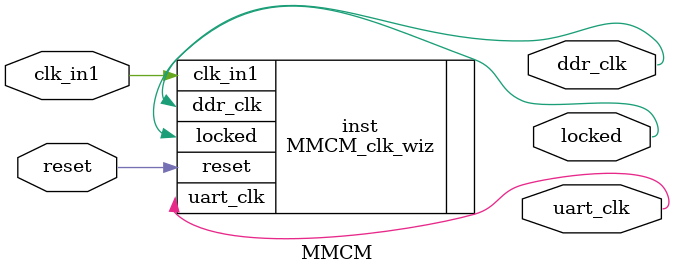
<source format=v>


`timescale 1ps/1ps

(* CORE_GENERATION_INFO = "MMCM,clk_wiz_v5_4_3_0,{component_name=MMCM,use_phase_alignment=true,use_min_o_jitter=false,use_max_i_jitter=false,use_dyn_phase_shift=false,use_inclk_switchover=false,use_dyn_reconfig=false,enable_axi=0,feedback_source=FDBK_AUTO,PRIMITIVE=MMCM,num_out_clk=2,clkin1_period=10.000,clkin2_period=10.000,use_power_down=false,use_reset=true,use_locked=true,use_inclk_stopped=false,feedback_type=SINGLE,CLOCK_MGR_TYPE=NA,manual_override=false}" *)

module MMCM 
 (
  // Clock out ports
  output        uart_clk,
  output        ddr_clk,
  // Status and control signals
  input         reset,
  output        locked,
 // Clock in ports
  input         clk_in1
 );

  MMCM_clk_wiz inst
  (
  // Clock out ports  
  .uart_clk(uart_clk),
  .ddr_clk(ddr_clk),
  // Status and control signals               
  .reset(reset), 
  .locked(locked),
 // Clock in ports
  .clk_in1(clk_in1)
  );

endmodule

</source>
